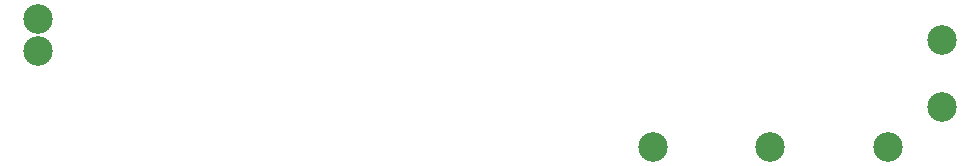
<source format=gbr>
%TF.GenerationSoftware,KiCad,Pcbnew,(6.0.6-0)*%
%TF.CreationDate,2022-09-08T19:57:57-07:00*%
%TF.ProjectId,Battery Extension PCB,42617474-6572-4792-9045-7874656e7369,rev?*%
%TF.SameCoordinates,Original*%
%TF.FileFunction,Soldermask,Bot*%
%TF.FilePolarity,Negative*%
%FSLAX46Y46*%
G04 Gerber Fmt 4.6, Leading zero omitted, Abs format (unit mm)*
G04 Created by KiCad (PCBNEW (6.0.6-0)) date 2022-09-08 19:57:57*
%MOMM*%
%LPD*%
G01*
G04 APERTURE LIST*
%ADD10C,2.500000*%
G04 APERTURE END LIST*
D10*
%TO.C,H7*%
X128270000Y-80848200D03*
%TD*%
%TO.C,H6*%
X142824200Y-71729600D03*
%TD*%
%TO.C,H5*%
X142824200Y-77470000D03*
%TD*%
%TO.C,H4*%
X138201400Y-80848200D03*
%TD*%
%TO.C,H3*%
X118338600Y-80848200D03*
%TD*%
%TO.C,H2*%
X66268600Y-72694800D03*
%TD*%
%TO.C,H1*%
X66268600Y-69951600D03*
%TD*%
M02*

</source>
